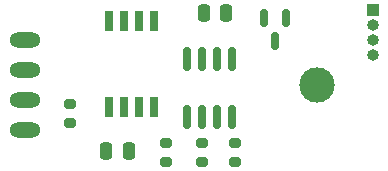
<source format=gbr>
%TF.GenerationSoftware,KiCad,Pcbnew,(6.0.0)*%
%TF.CreationDate,2022-01-08T11:25:39+00:00*%
%TF.ProjectId,DHT22,44485432-322e-46b6-9963-61645f706362,rev?*%
%TF.SameCoordinates,Original*%
%TF.FileFunction,Soldermask,Top*%
%TF.FilePolarity,Negative*%
%FSLAX46Y46*%
G04 Gerber Fmt 4.6, Leading zero omitted, Abs format (unit mm)*
G04 Created by KiCad (PCBNEW (6.0.0)) date 2022-01-08 11:25:39*
%MOMM*%
%LPD*%
G01*
G04 APERTURE LIST*
G04 Aperture macros list*
%AMRoundRect*
0 Rectangle with rounded corners*
0 $1 Rounding radius*
0 $2 $3 $4 $5 $6 $7 $8 $9 X,Y pos of 4 corners*
0 Add a 4 corners polygon primitive as box body*
4,1,4,$2,$3,$4,$5,$6,$7,$8,$9,$2,$3,0*
0 Add four circle primitives for the rounded corners*
1,1,$1+$1,$2,$3*
1,1,$1+$1,$4,$5*
1,1,$1+$1,$6,$7*
1,1,$1+$1,$8,$9*
0 Add four rect primitives between the rounded corners*
20,1,$1+$1,$2,$3,$4,$5,0*
20,1,$1+$1,$4,$5,$6,$7,0*
20,1,$1+$1,$6,$7,$8,$9,0*
20,1,$1+$1,$8,$9,$2,$3,0*%
G04 Aperture macros list end*
%ADD10O,2.616000X1.308000*%
%ADD11C,3.000000*%
%ADD12RoundRect,0.150000X-0.150000X0.587500X-0.150000X-0.587500X0.150000X-0.587500X0.150000X0.587500X0*%
%ADD13RoundRect,0.250000X0.250000X0.475000X-0.250000X0.475000X-0.250000X-0.475000X0.250000X-0.475000X0*%
%ADD14R,0.650000X1.700000*%
%ADD15RoundRect,0.200000X0.275000X-0.200000X0.275000X0.200000X-0.275000X0.200000X-0.275000X-0.200000X0*%
%ADD16RoundRect,0.250000X-0.250000X-0.475000X0.250000X-0.475000X0.250000X0.475000X-0.250000X0.475000X0*%
%ADD17RoundRect,0.150000X0.150000X-0.825000X0.150000X0.825000X-0.150000X0.825000X-0.150000X-0.825000X0*%
%ADD18R,1.000000X1.000000*%
%ADD19O,1.000000X1.000000*%
G04 APERTURE END LIST*
D10*
%TO.C,U3*%
X102616000Y-96520000D03*
X102616000Y-93980000D03*
X102616000Y-91440000D03*
X102616000Y-88900000D03*
D11*
X127381000Y-92710000D03*
%TD*%
D12*
%TO.C,D1*%
X124775000Y-87073500D03*
X122875000Y-87073500D03*
X123825000Y-88948500D03*
%TD*%
D13*
%TO.C,C2*%
X111440000Y-98298000D03*
X109540000Y-98298000D03*
%TD*%
D14*
%TO.C,U1*%
X113538000Y-87282000D03*
X112268000Y-87282000D03*
X110998000Y-87282000D03*
X109728000Y-87282000D03*
X109728000Y-94582000D03*
X110998000Y-94582000D03*
X112268000Y-94582000D03*
X113538000Y-94582000D03*
%TD*%
D15*
%TO.C,R1*%
X120396000Y-99250000D03*
X120396000Y-97600000D03*
%TD*%
D16*
%TO.C,C1*%
X117795000Y-86614000D03*
X119695000Y-86614000D03*
%TD*%
D17*
%TO.C,U2*%
X116332000Y-95439000D03*
X117602000Y-95439000D03*
X118872000Y-95439000D03*
X120142000Y-95439000D03*
X120142000Y-90489000D03*
X118872000Y-90489000D03*
X117602000Y-90489000D03*
X116332000Y-90489000D03*
%TD*%
D15*
%TO.C,R2*%
X114554000Y-99250000D03*
X114554000Y-97600000D03*
%TD*%
%TO.C,R3*%
X117602000Y-99250000D03*
X117602000Y-97600000D03*
%TD*%
%TO.C,R4*%
X106426000Y-95948000D03*
X106426000Y-94298000D03*
%TD*%
D18*
%TO.C,J2*%
X132080000Y-86360000D03*
D19*
X132080000Y-87630000D03*
X132080000Y-88900000D03*
X132080000Y-90170000D03*
%TD*%
M02*

</source>
